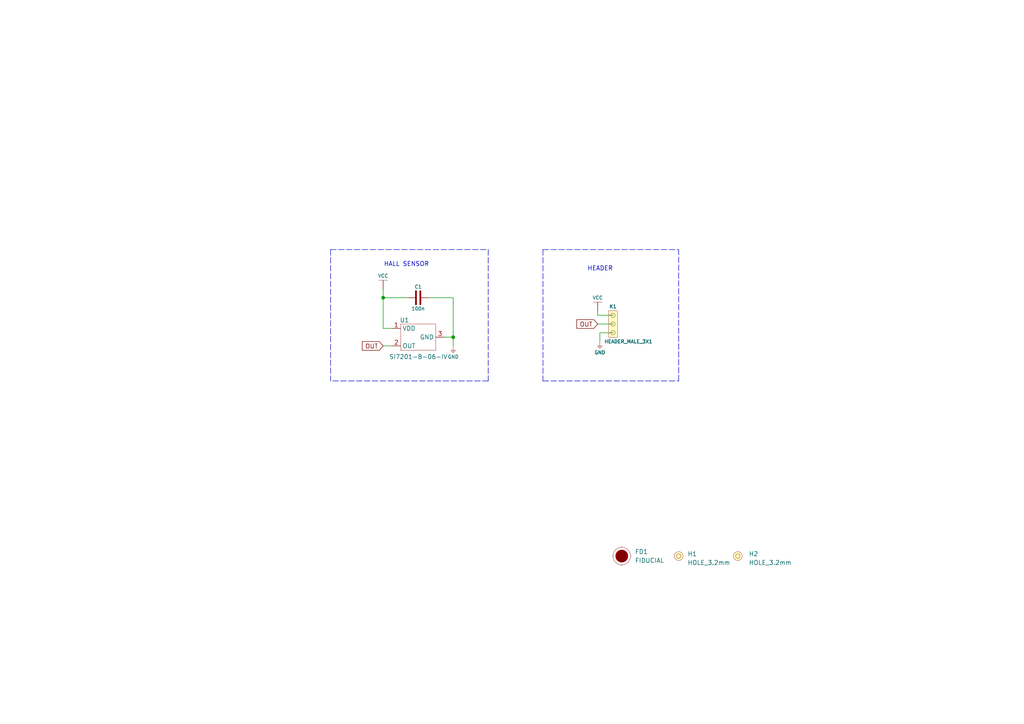
<source format=kicad_sch>
(kicad_sch
	(version 20231120)
	(generator "eeschema")
	(generator_version "8.0")
	(uuid "ea40d022-c996-4a4a-8961-7238afb1dbe3")
	(paper "A4")
	(title_block
		(title "Hall effect sensor digital")
		(date "2021-09-01")
		(rev "V1.1.1.")
		(company "SOLDERED")
		(comment 1 "333080")
	)
	(lib_symbols
		(symbol "e-radionica.com schematics:0603C"
			(pin_numbers hide)
			(pin_names
				(offset 0.002)
			)
			(exclude_from_sim no)
			(in_bom yes)
			(on_board yes)
			(property "Reference" "C"
				(at -0.635 3.175 0)
				(effects
					(font
						(size 1 1)
					)
				)
			)
			(property "Value" "0603C"
				(at 0 -3.175 0)
				(effects
					(font
						(size 1 1)
					)
				)
			)
			(property "Footprint" "e-radionica.com footprinti:0603C"
				(at 0 0 0)
				(effects
					(font
						(size 1 1)
					)
					(hide yes)
				)
			)
			(property "Datasheet" ""
				(at 0 0 0)
				(effects
					(font
						(size 1 1)
					)
					(hide yes)
				)
			)
			(property "Description" ""
				(at 0 0 0)
				(effects
					(font
						(size 1.27 1.27)
					)
					(hide yes)
				)
			)
			(symbol "0603C_0_1"
				(polyline
					(pts
						(xy -0.635 1.905) (xy -0.635 -1.905)
					)
					(stroke
						(width 0.5)
						(type default)
					)
					(fill
						(type none)
					)
				)
				(polyline
					(pts
						(xy 0.635 1.905) (xy 0.635 -1.905)
					)
					(stroke
						(width 0.5)
						(type default)
					)
					(fill
						(type none)
					)
				)
			)
			(symbol "0603C_1_1"
				(pin passive line
					(at -3.175 0 0)
					(length 2.54)
					(name "~"
						(effects
							(font
								(size 1.27 1.27)
							)
						)
					)
					(number "1"
						(effects
							(font
								(size 1.27 1.27)
							)
						)
					)
				)
				(pin passive line
					(at 3.175 0 180)
					(length 2.54)
					(name "~"
						(effects
							(font
								(size 1.27 1.27)
							)
						)
					)
					(number "2"
						(effects
							(font
								(size 1.27 1.27)
							)
						)
					)
				)
			)
		)
		(symbol "e-radionica.com schematics:FIDUCIAL"
			(exclude_from_sim no)
			(in_bom yes)
			(on_board yes)
			(property "Reference" "FD"
				(at 0 3.81 0)
				(effects
					(font
						(size 1.27 1.27)
					)
				)
			)
			(property "Value" "FIDUCIAL"
				(at 0 -3.81 0)
				(effects
					(font
						(size 1.27 1.27)
					)
				)
			)
			(property "Footprint" "e-radionica.com footprinti:FIDUCIAL_23"
				(at 0.254 -5.334 0)
				(effects
					(font
						(size 1.27 1.27)
					)
					(hide yes)
				)
			)
			(property "Datasheet" ""
				(at 0 0 0)
				(effects
					(font
						(size 1.27 1.27)
					)
					(hide yes)
				)
			)
			(property "Description" ""
				(at 0 0 0)
				(effects
					(font
						(size 1.27 1.27)
					)
					(hide yes)
				)
			)
			(symbol "FIDUCIAL_0_1"
				(polyline
					(pts
						(xy -2.54 0) (xy -2.794 0)
					)
					(stroke
						(width 0.0005)
						(type default)
					)
					(fill
						(type none)
					)
				)
				(polyline
					(pts
						(xy 0 -2.54) (xy 0 -2.794)
					)
					(stroke
						(width 0.0005)
						(type default)
					)
					(fill
						(type none)
					)
				)
				(polyline
					(pts
						(xy 0 2.54) (xy 0 2.794)
					)
					(stroke
						(width 0.0005)
						(type default)
					)
					(fill
						(type none)
					)
				)
				(polyline
					(pts
						(xy 2.54 0) (xy 2.794 0)
					)
					(stroke
						(width 0.0005)
						(type default)
					)
					(fill
						(type none)
					)
				)
				(circle
					(center 0 0)
					(radius 1.7961)
					(stroke
						(width 0.001)
						(type default)
					)
					(fill
						(type outline)
					)
				)
				(circle
					(center 0 0)
					(radius 2.54)
					(stroke
						(width 0.0005)
						(type default)
					)
					(fill
						(type none)
					)
				)
			)
		)
		(symbol "e-radionica.com schematics:GND"
			(power)
			(pin_names
				(offset 0)
			)
			(exclude_from_sim no)
			(in_bom yes)
			(on_board yes)
			(property "Reference" "#PWR"
				(at 4.445 0 0)
				(effects
					(font
						(size 1 1)
					)
					(hide yes)
				)
			)
			(property "Value" "GND"
				(at 0 -2.921 0)
				(effects
					(font
						(size 1 1)
					)
				)
			)
			(property "Footprint" ""
				(at 4.445 3.81 0)
				(effects
					(font
						(size 1 1)
					)
					(hide yes)
				)
			)
			(property "Datasheet" ""
				(at 4.445 3.81 0)
				(effects
					(font
						(size 1 1)
					)
					(hide yes)
				)
			)
			(property "Description" "Power symbol creates a global label with name \"+3V3\""
				(at 0 0 0)
				(effects
					(font
						(size 1.27 1.27)
					)
					(hide yes)
				)
			)
			(property "ki_keywords" "power-flag"
				(at 0 0 0)
				(effects
					(font
						(size 1.27 1.27)
					)
					(hide yes)
				)
			)
			(symbol "GND_0_1"
				(polyline
					(pts
						(xy -0.762 -1.27) (xy 0.762 -1.27)
					)
					(stroke
						(width 0.0005)
						(type default)
					)
					(fill
						(type none)
					)
				)
				(polyline
					(pts
						(xy -0.635 -1.524) (xy 0.635 -1.524)
					)
					(stroke
						(width 0.0005)
						(type default)
					)
					(fill
						(type none)
					)
				)
				(polyline
					(pts
						(xy -0.381 -1.778) (xy 0.381 -1.778)
					)
					(stroke
						(width 0.0005)
						(type default)
					)
					(fill
						(type none)
					)
				)
				(polyline
					(pts
						(xy -0.127 -2.032) (xy 0.127 -2.032)
					)
					(stroke
						(width 0.0005)
						(type default)
					)
					(fill
						(type none)
					)
				)
				(polyline
					(pts
						(xy 0 0) (xy 0 -1.27)
					)
					(stroke
						(width 0.0005)
						(type default)
					)
					(fill
						(type none)
					)
				)
			)
			(symbol "GND_1_1"
				(pin power_in line
					(at 0 0 270)
					(length 0) hide
					(name "GND"
						(effects
							(font
								(size 1.27 1.27)
							)
						)
					)
					(number "1"
						(effects
							(font
								(size 1.27 1.27)
							)
						)
					)
				)
			)
		)
		(symbol "e-radionica.com schematics:HEADER_MALE_3X1"
			(pin_numbers hide)
			(pin_names hide)
			(exclude_from_sim no)
			(in_bom yes)
			(on_board yes)
			(property "Reference" "K"
				(at -0.635 5.08 0)
				(effects
					(font
						(size 1 1)
					)
				)
			)
			(property "Value" "HEADER_MALE_3X1"
				(at 0 -5.08 0)
				(effects
					(font
						(size 1 1)
					)
				)
			)
			(property "Footprint" "e-radionica.com footprinti:HEADER_MALE_3X1"
				(at 0 -7.62 0)
				(effects
					(font
						(size 1 1)
					)
					(hide yes)
				)
			)
			(property "Datasheet" ""
				(at 0 -2.54 0)
				(effects
					(font
						(size 1 1)
					)
					(hide yes)
				)
			)
			(property "Description" ""
				(at 0 0 0)
				(effects
					(font
						(size 1.27 1.27)
					)
					(hide yes)
				)
			)
			(symbol "HEADER_MALE_3X1_0_1"
				(circle
					(center 0 -2.54)
					(radius 0.635)
					(stroke
						(width 0.0005)
						(type default)
					)
					(fill
						(type none)
					)
				)
				(circle
					(center 0 0)
					(radius 0.635)
					(stroke
						(width 0.0005)
						(type default)
					)
					(fill
						(type none)
					)
				)
				(circle
					(center 0 2.54)
					(radius 0.635)
					(stroke
						(width 0.0005)
						(type default)
					)
					(fill
						(type none)
					)
				)
				(rectangle
					(start 1.27 -3.81)
					(end -1.27 3.81)
					(stroke
						(width 0.001)
						(type default)
					)
					(fill
						(type background)
					)
				)
			)
			(symbol "HEADER_MALE_3X1_1_1"
				(pin passive line
					(at 0 -2.54 180)
					(length 0)
					(name "~"
						(effects
							(font
								(size 1 1)
							)
						)
					)
					(number "1"
						(effects
							(font
								(size 1 1)
							)
						)
					)
				)
				(pin passive line
					(at 0 0 180)
					(length 0)
					(name "~"
						(effects
							(font
								(size 1 1)
							)
						)
					)
					(number "2"
						(effects
							(font
								(size 1 1)
							)
						)
					)
				)
				(pin passive line
					(at 0 2.54 180)
					(length 0)
					(name "~"
						(effects
							(font
								(size 1 1)
							)
						)
					)
					(number "3"
						(effects
							(font
								(size 1 1)
							)
						)
					)
				)
			)
		)
		(symbol "e-radionica.com schematics:HOLE_3.2mm"
			(pin_numbers hide)
			(pin_names hide)
			(exclude_from_sim no)
			(in_bom yes)
			(on_board yes)
			(property "Reference" "H"
				(at 0 2.54 0)
				(effects
					(font
						(size 1.27 1.27)
					)
				)
			)
			(property "Value" "HOLE_3.2mm"
				(at 0 -2.54 0)
				(effects
					(font
						(size 1.27 1.27)
					)
				)
			)
			(property "Footprint" "e-radionica.com footprinti:HOLE_3.2mm"
				(at 0 0 0)
				(effects
					(font
						(size 1.27 1.27)
					)
					(hide yes)
				)
			)
			(property "Datasheet" ""
				(at 0 0 0)
				(effects
					(font
						(size 1.27 1.27)
					)
					(hide yes)
				)
			)
			(property "Description" ""
				(at 0 0 0)
				(effects
					(font
						(size 1.27 1.27)
					)
					(hide yes)
				)
			)
			(symbol "HOLE_3.2mm_0_1"
				(circle
					(center 0 0)
					(radius 0.635)
					(stroke
						(width 0.0005)
						(type default)
					)
					(fill
						(type none)
					)
				)
				(circle
					(center 0 0)
					(radius 1.27)
					(stroke
						(width 0.001)
						(type default)
					)
					(fill
						(type background)
					)
				)
			)
		)
		(symbol "e-radionica.com schematics:SI7201-B-06-IV"
			(exclude_from_sim no)
			(in_bom yes)
			(on_board yes)
			(property "Reference" "U"
				(at -3.81 5.08 0)
				(effects
					(font
						(size 1.27 1.27)
					)
				)
			)
			(property "Value" "SI7201-B-06-IV"
				(at 0 -5.08 0)
				(effects
					(font
						(size 1.27 1.27)
					)
				)
			)
			(property "Footprint" "e-radionica.com footprinti:SOT-23-3"
				(at 0 -7.62 0)
				(effects
					(font
						(size 1.27 1.27)
					)
					(hide yes)
				)
			)
			(property "Datasheet" ""
				(at 0 0 0)
				(effects
					(font
						(size 1.27 1.27)
					)
					(hide yes)
				)
			)
			(property "Description" ""
				(at 0 0 0)
				(effects
					(font
						(size 1.27 1.27)
					)
					(hide yes)
				)
			)
			(symbol "SI7201-B-06-IV_0_1"
				(rectangle
					(start -5.08 3.81)
					(end 5.08 -3.81)
					(stroke
						(width 0.0005)
						(type default)
					)
					(fill
						(type none)
					)
				)
			)
			(symbol "SI7201-B-06-IV_1_1"
				(pin power_in line
					(at -7.62 2.54 0)
					(length 2.54)
					(name "VDD"
						(effects
							(font
								(size 1.27 1.27)
							)
						)
					)
					(number "1"
						(effects
							(font
								(size 1.27 1.27)
							)
						)
					)
				)
				(pin output line
					(at -7.62 -2.54 0)
					(length 2.54)
					(name "OUT"
						(effects
							(font
								(size 1.27 1.27)
							)
						)
					)
					(number "2"
						(effects
							(font
								(size 1.27 1.27)
							)
						)
					)
				)
				(pin power_in line
					(at 7.62 0 180)
					(length 2.54)
					(name "GND"
						(effects
							(font
								(size 1.27 1.27)
							)
						)
					)
					(number "3"
						(effects
							(font
								(size 1.27 1.27)
							)
						)
					)
				)
			)
		)
		(symbol "e-radionica.com schematics:VCC"
			(power)
			(pin_names
				(offset 0)
			)
			(exclude_from_sim no)
			(in_bom yes)
			(on_board yes)
			(property "Reference" "#PWR"
				(at 4.445 0 0)
				(effects
					(font
						(size 1 1)
					)
					(hide yes)
				)
			)
			(property "Value" "VCC"
				(at 0 3.556 0)
				(effects
					(font
						(size 1 1)
					)
				)
			)
			(property "Footprint" ""
				(at 4.445 3.81 0)
				(effects
					(font
						(size 1 1)
					)
					(hide yes)
				)
			)
			(property "Datasheet" ""
				(at 4.445 3.81 0)
				(effects
					(font
						(size 1 1)
					)
					(hide yes)
				)
			)
			(property "Description" "Power symbol creates a global label with name \"+3V3\""
				(at 0 0 0)
				(effects
					(font
						(size 1.27 1.27)
					)
					(hide yes)
				)
			)
			(property "ki_keywords" "power-flag"
				(at 0 0 0)
				(effects
					(font
						(size 1.27 1.27)
					)
					(hide yes)
				)
			)
			(symbol "VCC_0_1"
				(polyline
					(pts
						(xy -1.27 2.54) (xy 1.27 2.54)
					)
					(stroke
						(width 0.0005)
						(type default)
					)
					(fill
						(type none)
					)
				)
				(polyline
					(pts
						(xy 0 0) (xy 0 2.54)
					)
					(stroke
						(width 0)
						(type default)
					)
					(fill
						(type none)
					)
				)
			)
			(symbol "VCC_1_1"
				(pin power_in line
					(at 0 0 90)
					(length 0) hide
					(name "VCC"
						(effects
							(font
								(size 1.27 1.27)
							)
						)
					)
					(number "1"
						(effects
							(font
								(size 1.27 1.27)
							)
						)
					)
				)
			)
		)
	)
	(junction
		(at 111.125 86.36)
		(diameter 0.9144)
		(color 0 0 0 0)
		(uuid "03c52831-5dc5-43c5-a442-8d23643b46fb")
	)
	(junction
		(at 131.445 97.79)
		(diameter 0.9144)
		(color 0 0 0 0)
		(uuid "a1823eb2-fb0d-4ed8-8b96-04184ac3a9d5")
	)
	(polyline
		(pts
			(xy 95.885 72.39) (xy 95.885 110.49)
		)
		(stroke
			(width 0)
			(type dash)
		)
		(uuid "3267ad2b-435d-4bf1-9d17-8eb52920ec88")
	)
	(polyline
		(pts
			(xy 95.885 72.39) (xy 141.605 72.39)
		)
		(stroke
			(width 0)
			(type dash)
		)
		(uuid "3267ad2b-435d-4bf1-9d17-8eb52920ec89")
	)
	(polyline
		(pts
			(xy 141.605 72.39) (xy 141.605 110.49)
		)
		(stroke
			(width 0)
			(type dash)
		)
		(uuid "3267ad2b-435d-4bf1-9d17-8eb52920ec8a")
	)
	(polyline
		(pts
			(xy 141.605 110.49) (xy 95.885 110.49)
		)
		(stroke
			(width 0)
			(type dash)
		)
		(uuid "3267ad2b-435d-4bf1-9d17-8eb52920ec8b")
	)
	(wire
		(pts
			(xy 124.46 86.36) (xy 131.445 86.36)
		)
		(stroke
			(width 0)
			(type solid)
		)
		(uuid "38fdcc20-988f-49da-b2bc-eebafb71f54e")
	)
	(wire
		(pts
			(xy 131.445 86.36) (xy 131.445 97.79)
		)
		(stroke
			(width 0)
			(type solid)
		)
		(uuid "38fdcc20-988f-49da-b2bc-eebafb71f54f")
	)
	(wire
		(pts
			(xy 173.99 96.52) (xy 173.99 99.06)
		)
		(stroke
			(width 0)
			(type solid)
		)
		(uuid "73f09e63-9ff6-4e00-aab1-6e51a032380a")
	)
	(wire
		(pts
			(xy 177.8 96.52) (xy 173.99 96.52)
		)
		(stroke
			(width 0)
			(type solid)
		)
		(uuid "73f09e63-9ff6-4e00-aab1-6e51a032380b")
	)
	(wire
		(pts
			(xy 111.125 83.82) (xy 111.125 86.36)
		)
		(stroke
			(width 0)
			(type solid)
		)
		(uuid "7802b948-9379-40db-b159-a67fc1bbe75c")
	)
	(wire
		(pts
			(xy 111.125 86.36) (xy 111.125 95.25)
		)
		(stroke
			(width 0)
			(type solid)
		)
		(uuid "7802b948-9379-40db-b159-a67fc1bbe75d")
	)
	(wire
		(pts
			(xy 111.125 95.25) (xy 113.665 95.25)
		)
		(stroke
			(width 0)
			(type solid)
		)
		(uuid "7802b948-9379-40db-b159-a67fc1bbe75e")
	)
	(wire
		(pts
			(xy 128.905 97.79) (xy 131.445 97.79)
		)
		(stroke
			(width 0)
			(type solid)
		)
		(uuid "b8fb89ea-3bc7-4abf-b631-6f1b5c0fbc84")
	)
	(wire
		(pts
			(xy 131.445 97.79) (xy 131.445 100.33)
		)
		(stroke
			(width 0)
			(type solid)
		)
		(uuid "b8fb89ea-3bc7-4abf-b631-6f1b5c0fbc85")
	)
	(polyline
		(pts
			(xy 157.48 72.39) (xy 157.48 110.49)
		)
		(stroke
			(width 0)
			(type dash)
		)
		(uuid "c853c7e6-9e1a-4676-b6ec-dba491d859dc")
	)
	(polyline
		(pts
			(xy 157.48 72.39) (xy 196.85 72.39)
		)
		(stroke
			(width 0)
			(type dash)
		)
		(uuid "c853c7e6-9e1a-4676-b6ec-dba491d859dd")
	)
	(polyline
		(pts
			(xy 157.48 110.49) (xy 196.85 110.49)
		)
		(stroke
			(width 0)
			(type dash)
		)
		(uuid "c853c7e6-9e1a-4676-b6ec-dba491d859de")
	)
	(polyline
		(pts
			(xy 196.85 110.49) (xy 196.85 72.39)
		)
		(stroke
			(width 0)
			(type dash)
		)
		(uuid "c853c7e6-9e1a-4676-b6ec-dba491d859df")
	)
	(wire
		(pts
			(xy 111.125 100.33) (xy 113.665 100.33)
		)
		(stroke
			(width 0)
			(type solid)
		)
		(uuid "dfeeb048-8356-4fff-9039-c10669f741f0")
	)
	(wire
		(pts
			(xy 173.355 93.98) (xy 177.8 93.98)
		)
		(stroke
			(width 0)
			(type solid)
		)
		(uuid "ecde8491-5f0b-488d-abfd-edd28e3b895d")
	)
	(wire
		(pts
			(xy 173.355 91.44) (xy 173.355 90.17)
		)
		(stroke
			(width 0)
			(type solid)
		)
		(uuid "ee18a6b6-4a07-451d-b486-e139280d3fb4")
	)
	(wire
		(pts
			(xy 177.8 91.44) (xy 173.355 91.44)
		)
		(stroke
			(width 0)
			(type solid)
		)
		(uuid "ee18a6b6-4a07-451d-b486-e139280d3fb5")
	)
	(wire
		(pts
			(xy 111.125 86.36) (xy 118.11 86.36)
		)
		(stroke
			(width 0)
			(type solid)
		)
		(uuid "fe30e30f-118b-4bc7-89ec-9beb49197aa5")
	)
	(text "HALL SENSOR"
		(exclude_from_sim no)
		(at 124.46 77.47 0)
		(effects
			(font
				(size 1.27 1.27)
			)
			(justify right bottom)
		)
		(uuid "118b80ff-fc8b-43dd-8b8a-20b8e6c7afe8")
	)
	(text "HEADER"
		(exclude_from_sim no)
		(at 177.8 78.74 0)
		(effects
			(font
				(size 1.27 1.27)
			)
			(justify right bottom)
		)
		(uuid "b0a01b1c-82bb-4cc9-8e98-bdfe88d17f14")
	)
	(global_label "OUT"
		(shape input)
		(at 111.125 100.33 180)
		(effects
			(font
				(size 1.27 1.27)
			)
			(justify right)
		)
		(uuid "02ef0231-5222-4cf4-95e8-e8407177689b")
		(property "Intersheetrefs" "${INTERSHEET_REFS}"
			(at 103.5593 100.2506 0)
			(effects
				(font
					(size 1.27 1.27)
				)
				(justify right)
				(hide yes)
			)
		)
	)
	(global_label "OUT"
		(shape input)
		(at 173.355 93.98 180)
		(effects
			(font
				(size 1.27 1.27)
			)
			(justify right)
		)
		(uuid "4777834d-f4c6-4113-8862-cc4864a85cd4")
		(property "Intersheetrefs" "${INTERSHEET_REFS}"
			(at 165.7893 93.9006 0)
			(effects
				(font
					(size 1.27 1.27)
				)
				(justify right)
				(hide yes)
			)
		)
	)
	(symbol
		(lib_id "e-radionica.com schematics:GND")
		(at 131.445 100.33 0)
		(unit 1)
		(exclude_from_sim no)
		(in_bom yes)
		(on_board yes)
		(dnp no)
		(uuid "03973133-1096-4830-b394-3cb46dc0469a")
		(property "Reference" "#PWR02"
			(at 135.89 100.33 0)
			(effects
				(font
					(size 1 1)
				)
				(hide yes)
			)
		)
		(property "Value" "GND"
			(at 131.445 103.505 0)
			(effects
				(font
					(size 1 1)
				)
			)
		)
		(property "Footprint" ""
			(at 135.89 96.52 0)
			(effects
				(font
					(size 1 1)
				)
				(hide yes)
			)
		)
		(property "Datasheet" ""
			(at 135.89 96.52 0)
			(effects
				(font
					(size 1 1)
				)
				(hide yes)
			)
		)
		(property "Description" ""
			(at 131.445 100.33 0)
			(effects
				(font
					(size 1.27 1.27)
				)
				(hide yes)
			)
		)
		(pin "1"
			(uuid "4adeb464-f971-42a2-b25f-794ece033b2a")
		)
		(instances
			(project ""
				(path "/ea40d022-c996-4a4a-8961-7238afb1dbe3"
					(reference "#PWR02")
					(unit 1)
				)
			)
		)
	)
	(symbol
		(lib_id "e-radionica.com schematics:HOLE_3.2mm")
		(at 196.85 161.29 0)
		(unit 1)
		(exclude_from_sim no)
		(in_bom yes)
		(on_board yes)
		(dnp no)
		(uuid "07a563ef-9392-43d7-a36a-bc336aa4879f")
		(property "Reference" "H1"
			(at 199.39 160.655 0)
			(effects
				(font
					(size 1.27 1.27)
				)
				(justify left)
			)
		)
		(property "Value" "HOLE_3.2mm"
			(at 199.39 163.195 0)
			(effects
				(font
					(size 1.27 1.27)
				)
				(justify left)
			)
		)
		(property "Footprint" "e-radionica.com footprinti:HOLE_3.2mm"
			(at 196.85 161.29 0)
			(effects
				(font
					(size 1.27 1.27)
				)
				(hide yes)
			)
		)
		(property "Datasheet" ""
			(at 196.85 161.29 0)
			(effects
				(font
					(size 1.27 1.27)
				)
				(hide yes)
			)
		)
		(property "Description" ""
			(at 196.85 161.29 0)
			(effects
				(font
					(size 1.27 1.27)
				)
				(hide yes)
			)
		)
		(instances
			(project ""
				(path "/ea40d022-c996-4a4a-8961-7238afb1dbe3"
					(reference "H1")
					(unit 1)
				)
			)
		)
	)
	(symbol
		(lib_id "e-radionica.com schematics:0603C")
		(at 121.285 86.36 0)
		(unit 1)
		(exclude_from_sim no)
		(in_bom yes)
		(on_board yes)
		(dnp no)
		(uuid "09718914-f035-4531-b5ca-bb17e5ac468b")
		(property "Reference" "C1"
			(at 121.285 83.185 0)
			(effects
				(font
					(size 1 1)
				)
			)
		)
		(property "Value" "100n"
			(at 121.285 89.535 0)
			(effects
				(font
					(size 1 1)
				)
			)
		)
		(property "Footprint" "e-radionica.com footprinti:0603C"
			(at 121.285 86.36 0)
			(effects
				(font
					(size 1 1)
				)
				(hide yes)
			)
		)
		(property "Datasheet" ""
			(at 121.285 86.36 0)
			(effects
				(font
					(size 1 1)
				)
				(hide yes)
			)
		)
		(property "Description" ""
			(at 121.285 86.36 0)
			(effects
				(font
					(size 1.27 1.27)
				)
				(hide yes)
			)
		)
		(pin "1"
			(uuid "b66f3b5b-1b30-412d-8643-465cb77654ee")
		)
		(pin "2"
			(uuid "1e4e538d-1dca-40fd-93b8-783de0876b41")
		)
		(instances
			(project ""
				(path "/ea40d022-c996-4a4a-8961-7238afb1dbe3"
					(reference "C1")
					(unit 1)
				)
			)
		)
	)
	(symbol
		(lib_id "e-radionica.com schematics:HEADER_MALE_3X1")
		(at 177.8 93.98 0)
		(unit 1)
		(exclude_from_sim no)
		(in_bom yes)
		(on_board yes)
		(dnp no)
		(uuid "6735f21c-333a-4a4c-9006-65ddb07d502f")
		(property "Reference" "K1"
			(at 177.8 88.9 0)
			(effects
				(font
					(size 1 1)
				)
			)
		)
		(property "Value" "HEADER_MALE_3X1"
			(at 182.245 99.06 0)
			(effects
				(font
					(size 1 1)
				)
			)
		)
		(property "Footprint" "e-radionica.com footprinti:HEADER_MALE_3X1"
			(at 177.8 101.6 0)
			(effects
				(font
					(size 1 1)
				)
				(hide yes)
			)
		)
		(property "Datasheet" ""
			(at 177.8 96.52 0)
			(effects
				(font
					(size 1 1)
				)
				(hide yes)
			)
		)
		(property "Description" ""
			(at 177.8 93.98 0)
			(effects
				(font
					(size 1.27 1.27)
				)
				(hide yes)
			)
		)
		(pin "1"
			(uuid "7be1326b-fe03-46ca-bb19-170aa05c74a5")
		)
		(pin "2"
			(uuid "405c80c5-7377-441f-9460-230c8bfdcd86")
		)
		(pin "3"
			(uuid "26104d68-0cbd-4f24-911f-1fa69669a586")
		)
		(instances
			(project ""
				(path "/ea40d022-c996-4a4a-8961-7238afb1dbe3"
					(reference "K1")
					(unit 1)
				)
			)
		)
	)
	(symbol
		(lib_id "e-radionica.com schematics:VCC")
		(at 173.355 90.17 0)
		(unit 1)
		(exclude_from_sim no)
		(in_bom yes)
		(on_board yes)
		(dnp no)
		(uuid "8c6b2660-7f0a-4418-b353-a0f0ca1273e2")
		(property "Reference" "#PWR03"
			(at 177.8 90.17 0)
			(effects
				(font
					(size 1 1)
				)
				(hide yes)
			)
		)
		(property "Value" "VCC"
			(at 173.355 86.36 0)
			(effects
				(font
					(size 1 1)
				)
			)
		)
		(property "Footprint" ""
			(at 177.8 86.36 0)
			(effects
				(font
					(size 1 1)
				)
				(hide yes)
			)
		)
		(property "Datasheet" ""
			(at 177.8 86.36 0)
			(effects
				(font
					(size 1 1)
				)
				(hide yes)
			)
		)
		(property "Description" ""
			(at 173.355 90.17 0)
			(effects
				(font
					(size 1.27 1.27)
				)
				(hide yes)
			)
		)
		(pin "1"
			(uuid "b492cf6f-6b6f-49f5-8c82-2194e0e52c1a")
		)
		(instances
			(project ""
				(path "/ea40d022-c996-4a4a-8961-7238afb1dbe3"
					(reference "#PWR03")
					(unit 1)
				)
			)
		)
	)
	(symbol
		(lib_id "e-radionica.com schematics:GND")
		(at 173.99 99.06 0)
		(unit 1)
		(exclude_from_sim no)
		(in_bom yes)
		(on_board yes)
		(dnp no)
		(uuid "9691f1b1-2623-4d0a-a22e-a4e81cff0933")
		(property "Reference" "#PWR04"
			(at 178.435 99.06 0)
			(effects
				(font
					(size 1 1)
				)
				(hide yes)
			)
		)
		(property "Value" "GND"
			(at 173.99 102.235 0)
			(effects
				(font
					(size 1 1)
				)
			)
		)
		(property "Footprint" ""
			(at 178.435 95.25 0)
			(effects
				(font
					(size 1 1)
				)
				(hide yes)
			)
		)
		(property "Datasheet" ""
			(at 178.435 95.25 0)
			(effects
				(font
					(size 1 1)
				)
				(hide yes)
			)
		)
		(property "Description" ""
			(at 173.99 99.06 0)
			(effects
				(font
					(size 1.27 1.27)
				)
				(hide yes)
			)
		)
		(pin "1"
			(uuid "4adeb464-f971-42a2-b25f-794ece033b2b")
		)
		(instances
			(project ""
				(path "/ea40d022-c996-4a4a-8961-7238afb1dbe3"
					(reference "#PWR04")
					(unit 1)
				)
			)
		)
	)
	(symbol
		(lib_id "e-radionica.com schematics:SI7201-B-06-IV")
		(at 121.285 97.79 0)
		(unit 1)
		(exclude_from_sim no)
		(in_bom yes)
		(on_board yes)
		(dnp no)
		(uuid "9b3c248f-5697-47fa-887f-ecd12f187cb7")
		(property "Reference" "U1"
			(at 117.3226 92.8624 0)
			(effects
				(font
					(size 1.27 1.27)
				)
			)
		)
		(property "Value" "SI7201-B-06-IV"
			(at 121.3358 103.4796 0)
			(effects
				(font
					(size 1.27 1.27)
				)
			)
		)
		(property "Footprint" "e-radionica.com footprinti:SOT-23-3"
			(at 121.285 105.41 0)
			(effects
				(font
					(size 1.27 1.27)
				)
				(hide yes)
			)
		)
		(property "Datasheet" ""
			(at 121.285 97.79 0)
			(effects
				(font
					(size 1.27 1.27)
				)
				(hide yes)
			)
		)
		(property "Description" ""
			(at 121.285 97.79 0)
			(effects
				(font
					(size 1.27 1.27)
				)
				(hide yes)
			)
		)
		(pin "1"
			(uuid "aa374f7b-fa08-42ce-8f53-0940ff03042d")
		)
		(pin "2"
			(uuid "c73b064b-3900-4b7a-9e01-85cceda14fb3")
		)
		(pin "3"
			(uuid "0857911e-fde5-4fbf-8509-7f94dddb4cb6")
		)
		(instances
			(project ""
				(path "/ea40d022-c996-4a4a-8961-7238afb1dbe3"
					(reference "U1")
					(unit 1)
				)
			)
		)
	)
	(symbol
		(lib_id "e-radionica.com schematics:VCC")
		(at 111.125 83.82 0)
		(unit 1)
		(exclude_from_sim no)
		(in_bom yes)
		(on_board yes)
		(dnp no)
		(uuid "b4ee1bdc-704c-40d0-8c18-4713d768c104")
		(property "Reference" "#PWR01"
			(at 115.57 83.82 0)
			(effects
				(font
					(size 1 1)
				)
				(hide yes)
			)
		)
		(property "Value" "VCC"
			(at 111.125 80.01 0)
			(effects
				(font
					(size 1 1)
				)
			)
		)
		(property "Footprint" ""
			(at 115.57 80.01 0)
			(effects
				(font
					(size 1 1)
				)
				(hide yes)
			)
		)
		(property "Datasheet" ""
			(at 115.57 80.01 0)
			(effects
				(font
					(size 1 1)
				)
				(hide yes)
			)
		)
		(property "Description" ""
			(at 111.125 83.82 0)
			(effects
				(font
					(size 1.27 1.27)
				)
				(hide yes)
			)
		)
		(pin "1"
			(uuid "b492cf6f-6b6f-49f5-8c82-2194e0e52c19")
		)
		(instances
			(project ""
				(path "/ea40d022-c996-4a4a-8961-7238afb1dbe3"
					(reference "#PWR01")
					(unit 1)
				)
			)
		)
	)
	(symbol
		(lib_id "e-radionica.com schematics:FIDUCIAL")
		(at 180.34 161.29 0)
		(unit 1)
		(exclude_from_sim no)
		(in_bom yes)
		(on_board yes)
		(dnp no)
		(fields_autoplaced yes)
		(uuid "e511dff6-5e4b-4813-a33f-4e1a7296295d")
		(property "Reference" "FD1"
			(at 184.15 160.0199 0)
			(effects
				(font
					(size 1.27 1.27)
				)
				(justify left)
			)
		)
		(property "Value" "FIDUCIAL"
			(at 184.15 162.5599 0)
			(effects
				(font
					(size 1.27 1.27)
				)
				(justify left)
			)
		)
		(property "Footprint" "e-radionica.com footprinti:FIDUCIAL_23"
			(at 180.594 166.624 0)
			(effects
				(font
					(size 1.27 1.27)
				)
				(hide yes)
			)
		)
		(property "Datasheet" ""
			(at 180.34 161.29 0)
			(effects
				(font
					(size 1.27 1.27)
				)
				(hide yes)
			)
		)
		(property "Description" ""
			(at 180.34 161.29 0)
			(effects
				(font
					(size 1.27 1.27)
				)
				(hide yes)
			)
		)
		(instances
			(project ""
				(path "/ea40d022-c996-4a4a-8961-7238afb1dbe3"
					(reference "FD1")
					(unit 1)
				)
			)
		)
	)
	(symbol
		(lib_id "e-radionica.com schematics:HOLE_3.2mm")
		(at 213.995 161.29 0)
		(unit 1)
		(exclude_from_sim no)
		(in_bom yes)
		(on_board yes)
		(dnp no)
		(uuid "fee2c5c2-63d4-4fc8-872d-1c65e21aa6df")
		(property "Reference" "H2"
			(at 217.17 160.655 0)
			(effects
				(font
					(size 1.27 1.27)
				)
				(justify left)
			)
		)
		(property "Value" "HOLE_3.2mm"
			(at 217.17 163.195 0)
			(effects
				(font
					(size 1.27 1.27)
				)
				(justify left)
			)
		)
		(property "Footprint" "e-radionica.com footprinti:HOLE_3.2mm"
			(at 213.995 161.29 0)
			(effects
				(font
					(size 1.27 1.27)
				)
				(hide yes)
			)
		)
		(property "Datasheet" ""
			(at 213.995 161.29 0)
			(effects
				(font
					(size 1.27 1.27)
				)
				(hide yes)
			)
		)
		(property "Description" ""
			(at 213.995 161.29 0)
			(effects
				(font
					(size 1.27 1.27)
				)
				(hide yes)
			)
		)
		(instances
			(project ""
				(path "/ea40d022-c996-4a4a-8961-7238afb1dbe3"
					(reference "H2")
					(unit 1)
				)
			)
		)
	)
	(sheet_instances
		(path "/"
			(page "1")
		)
	)
)

</source>
